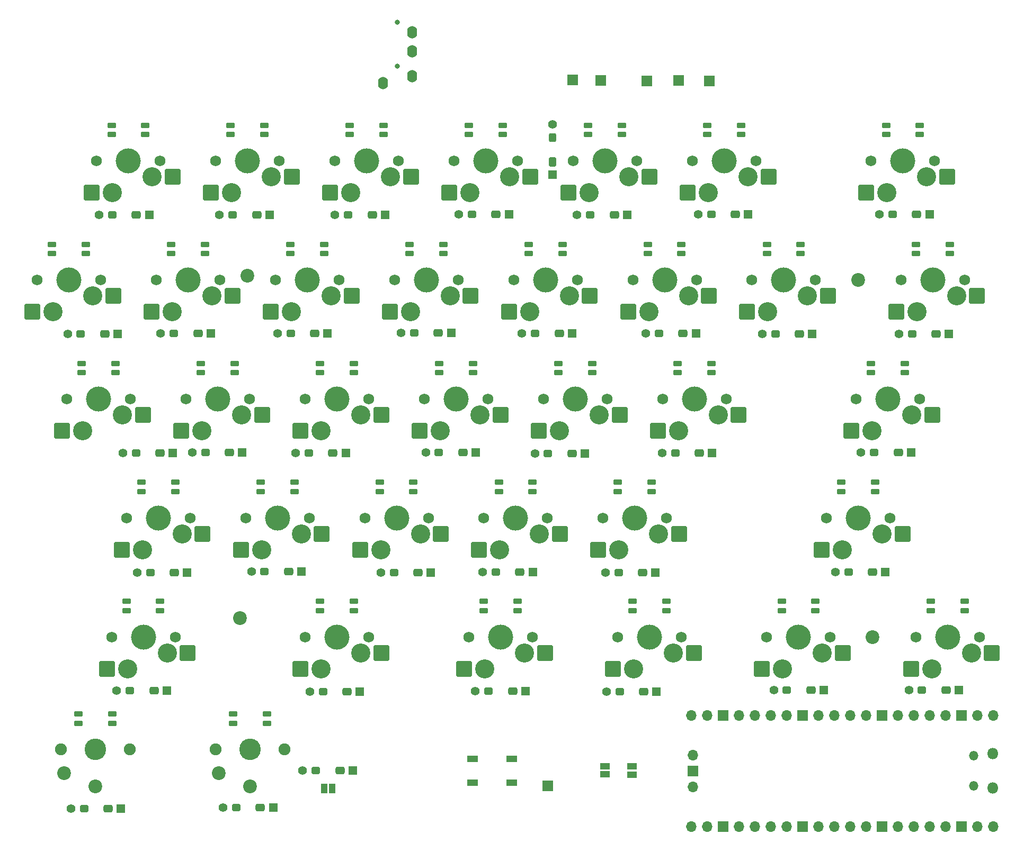
<source format=gbr>
%TF.GenerationSoftware,KiCad,Pcbnew,8.0.7*%
%TF.CreationDate,2025-05-31T19:51:50+02:00*%
%TF.ProjectId,pcb_keyboard_dx,7063625f-6b65-4796-926f-6172645f6478,rev?*%
%TF.SameCoordinates,Original*%
%TF.FileFunction,Soldermask,Bot*%
%TF.FilePolarity,Negative*%
%FSLAX46Y46*%
G04 Gerber Fmt 4.6, Leading zero omitted, Abs format (unit mm)*
G04 Created by KiCad (PCBNEW 8.0.7) date 2025-05-31 19:51:50*
%MOMM*%
%LPD*%
G01*
G04 APERTURE LIST*
G04 Aperture macros list*
%AMRoundRect*
0 Rectangle with rounded corners*
0 $1 Rounding radius*
0 $2 $3 $4 $5 $6 $7 $8 $9 X,Y pos of 4 corners*
0 Add a 4 corners polygon primitive as box body*
4,1,4,$2,$3,$4,$5,$6,$7,$8,$9,$2,$3,0*
0 Add four circle primitives for the rounded corners*
1,1,$1+$1,$2,$3*
1,1,$1+$1,$4,$5*
1,1,$1+$1,$6,$7*
1,1,$1+$1,$8,$9*
0 Add four rect primitives between the rounded corners*
20,1,$1+$1,$2,$3,$4,$5,0*
20,1,$1+$1,$4,$5,$6,$7,0*
20,1,$1+$1,$6,$7,$8,$9,0*
20,1,$1+$1,$8,$9,$2,$3,0*%
G04 Aperture macros list end*
%ADD10C,1.900000*%
%ADD11C,3.450000*%
%ADD12C,2.200000*%
%ADD13C,1.750000*%
%ADD14C,3.050000*%
%ADD15C,4.000000*%
%ADD16RoundRect,0.250000X1.025000X1.000000X-1.025000X1.000000X-1.025000X-1.000000X1.025000X-1.000000X0*%
%ADD17O,1.800000X1.800000*%
%ADD18O,1.500000X1.500000*%
%ADD19O,1.700000X1.700000*%
%ADD20R,1.700000X1.700000*%
%ADD21C,0.800000*%
%ADD22O,1.600000X2.000000*%
%ADD23R,1.500000X1.000000*%
%ADD24RoundRect,0.205000X-0.495000X-0.205000X0.495000X-0.205000X0.495000X0.205000X-0.495000X0.205000X0*%
%ADD25R,1.400000X1.400000*%
%ADD26RoundRect,0.300000X0.450000X0.300000X-0.450000X0.300000X-0.450000X-0.300000X0.450000X-0.300000X0*%
%ADD27RoundRect,0.300000X0.400000X0.300000X-0.400000X0.300000X-0.400000X-0.300000X0.400000X-0.300000X0*%
%ADD28C,1.400000*%
%ADD29RoundRect,0.205000X0.495000X0.205000X-0.495000X0.205000X-0.495000X-0.205000X0.495000X-0.205000X0*%
%ADD30R,1.700000X1.000000*%
%ADD31R,1.000000X1.500000*%
%ADD32RoundRect,0.300000X0.300000X-0.450000X0.300000X0.450000X-0.300000X0.450000X-0.300000X-0.450000X0*%
%ADD33RoundRect,0.300000X0.300000X-0.400000X0.300000X0.400000X-0.300000X0.400000X-0.300000X-0.400000X0*%
G04 APERTURE END LIST*
D10*
%TO.C,S3*%
X46662250Y-139852000D03*
D11*
X41162250Y-139852000D03*
D10*
X35662250Y-139852000D03*
D12*
X41162250Y-145752000D03*
X36162250Y-143652000D03*
%TD*%
D13*
%TO.C,S8*%
X53911000Y-121827000D03*
D14*
X52641000Y-124367000D03*
D15*
X48831000Y-121827000D03*
D14*
X46291000Y-126907000D03*
D13*
X43751000Y-121827000D03*
D16*
X55916000Y-124367000D03*
X42989000Y-126907000D03*
%TD*%
D13*
%TO.C,S18*%
X94374750Y-102787000D03*
D14*
X93104750Y-105327000D03*
D15*
X89294750Y-102787000D03*
D14*
X86754750Y-107867000D03*
D13*
X84214750Y-102787000D03*
D16*
X96379750Y-105327000D03*
X83452750Y-107867000D03*
%TD*%
D17*
%TO.C,U1*%
X184549750Y-140525419D03*
D18*
X181519750Y-140825419D03*
X181519750Y-145675419D03*
D17*
X184549750Y-145975419D03*
D19*
X184679750Y-134360419D03*
X182139750Y-134360419D03*
D20*
X179599750Y-134360419D03*
D19*
X177059750Y-134360419D03*
X174519750Y-134360419D03*
X171979750Y-134360419D03*
X169439750Y-134360419D03*
D20*
X166899750Y-134360419D03*
D19*
X164359750Y-134360419D03*
X161819750Y-134360419D03*
X159279750Y-134360419D03*
X156739750Y-134360419D03*
D20*
X154199750Y-134360419D03*
D19*
X151659750Y-134360419D03*
X149119750Y-134360419D03*
X146579750Y-134360419D03*
X144039750Y-134360419D03*
D20*
X141499750Y-134360419D03*
D19*
X138959750Y-134360419D03*
X136419750Y-134360419D03*
X136419750Y-152140419D03*
X138959750Y-152140419D03*
D20*
X141499750Y-152140419D03*
D19*
X144039750Y-152140419D03*
X146579750Y-152140419D03*
X149119750Y-152140419D03*
X151659750Y-152140419D03*
D20*
X154199750Y-152140419D03*
D19*
X156739750Y-152140419D03*
X159279750Y-152140419D03*
X161819750Y-152140419D03*
X164359750Y-152140419D03*
D20*
X166899750Y-152140419D03*
D19*
X169439750Y-152140419D03*
X171979750Y-152140419D03*
X174519750Y-152140419D03*
X177059750Y-152140419D03*
D20*
X179599750Y-152140419D03*
D19*
X182139750Y-152140419D03*
X184679750Y-152140419D03*
X136649750Y-140710419D03*
D20*
X136649750Y-143250419D03*
D19*
X136649750Y-145790419D03*
%TD*%
D13*
%TO.C,S6*%
X65814750Y-83747000D03*
D14*
X64544750Y-86287000D03*
D15*
X60734750Y-83747000D03*
D14*
X58194750Y-88827000D03*
D13*
X55654750Y-83747000D03*
D16*
X67819750Y-86287000D03*
X54892750Y-88827000D03*
%TD*%
D13*
%TO.C,S32*%
X175304750Y-45657000D03*
D14*
X174034750Y-48197000D03*
D15*
X170224750Y-45657000D03*
D14*
X167684750Y-50737000D03*
D13*
X165144750Y-45657000D03*
D16*
X177309750Y-48197000D03*
X164382750Y-50737000D03*
%TD*%
D21*
%TO.C,U3*%
X89449750Y-23518600D03*
X89449750Y-30518600D03*
D22*
X87149750Y-33218600D03*
X91749750Y-32118600D03*
X91749750Y-28118600D03*
X91749750Y-25118600D03*
%TD*%
D13*
%TO.C,S33*%
X180067250Y-64707000D03*
D14*
X178797250Y-67247000D03*
D15*
X174987250Y-64707000D03*
D14*
X172447250Y-69787000D03*
D13*
X169907250Y-64707000D03*
D16*
X182072250Y-67247000D03*
X169145250Y-69787000D03*
%TD*%
D13*
%TO.C,S25*%
X137214750Y-64707000D03*
D14*
X135944750Y-67247000D03*
D15*
X132134750Y-64707000D03*
D14*
X129594750Y-69787000D03*
D13*
X127054750Y-64707000D03*
D16*
X139219750Y-67247000D03*
X126292750Y-69787000D03*
%TD*%
D13*
%TO.C,S5*%
X61054750Y-64707000D03*
D14*
X59784750Y-67247000D03*
D15*
X55974750Y-64707000D03*
D14*
X53434750Y-69787000D03*
D13*
X50894750Y-64707000D03*
D16*
X63059750Y-67247000D03*
X50132750Y-69787000D03*
%TD*%
D13*
%TO.C,S7*%
X56294750Y-102787000D03*
D14*
X55024750Y-105327000D03*
D15*
X51214750Y-102787000D03*
D14*
X48674750Y-107867000D03*
D13*
X46134750Y-102787000D03*
D16*
X58299750Y-105327000D03*
X45372750Y-107867000D03*
%TD*%
D13*
%TO.C,S36*%
X182448500Y-121827000D03*
D14*
X181178500Y-124367000D03*
D15*
X177368500Y-121827000D03*
D14*
X174828500Y-126907000D03*
D13*
X172288500Y-121827000D03*
D16*
X184453500Y-124367000D03*
X171526500Y-126907000D03*
%TD*%
D13*
%TO.C,S30*%
X156254750Y-64707000D03*
D14*
X154984750Y-67247000D03*
D15*
X151174750Y-64707000D03*
D14*
X148634750Y-69787000D03*
D13*
X146094750Y-64707000D03*
D16*
X158259750Y-67247000D03*
X145332750Y-69787000D03*
%TD*%
D13*
%TO.C,S2*%
X46774750Y-83747000D03*
D14*
X45504750Y-86287000D03*
D15*
X41694750Y-83747000D03*
D14*
X39154750Y-88827000D03*
D13*
X36614750Y-83747000D03*
D16*
X48779750Y-86287000D03*
X35852750Y-88827000D03*
%TD*%
D13*
%TO.C,S27*%
X132454750Y-102787000D03*
D14*
X131184750Y-105327000D03*
D15*
X127374750Y-102787000D03*
D14*
X124834750Y-107867000D03*
D13*
X122294750Y-102787000D03*
D16*
X134459750Y-105327000D03*
X121532750Y-107867000D03*
%TD*%
D13*
%TO.C,S9*%
X70569750Y-45657000D03*
D14*
X69299750Y-48197000D03*
D15*
X65489750Y-45657000D03*
D14*
X62949750Y-50737000D03*
D13*
X60409750Y-45657000D03*
D16*
X72574750Y-48197000D03*
X59647750Y-50737000D03*
%TD*%
D13*
%TO.C,S10*%
X80094750Y-64707000D03*
D14*
X78824750Y-67247000D03*
D15*
X75014750Y-64707000D03*
D14*
X72474750Y-69787000D03*
D13*
X69934750Y-64707000D03*
D16*
X82099750Y-67247000D03*
X69172750Y-69787000D03*
%TD*%
D13*
%TO.C,S1*%
X42014750Y-64707000D03*
D14*
X40744750Y-67247000D03*
D15*
X36934750Y-64707000D03*
D14*
X34394750Y-69787000D03*
D13*
X31854750Y-64707000D03*
D16*
X44019750Y-67247000D03*
X31092750Y-69787000D03*
%TD*%
D13*
%TO.C,S13*%
X84852250Y-121827000D03*
D14*
X83582250Y-124367000D03*
D15*
X79772250Y-121827000D03*
D14*
X77232250Y-126907000D03*
D13*
X74692250Y-121827000D03*
D16*
X86857250Y-124367000D03*
X73930250Y-126907000D03*
%TD*%
D13*
%TO.C,S17*%
X103894750Y-83747000D03*
D14*
X102624750Y-86287000D03*
D15*
X98814750Y-83747000D03*
D14*
X96274750Y-88827000D03*
D13*
X93734750Y-83747000D03*
D16*
X105899750Y-86287000D03*
X92972750Y-88827000D03*
%TD*%
D20*
%TO.C,TP6*%
X113463964Y-145664614D03*
%TD*%
D13*
%TO.C,S23*%
X111033500Y-121827000D03*
D14*
X109763500Y-124367000D03*
D15*
X105953500Y-121827000D03*
D14*
X103413500Y-126907000D03*
D13*
X100873500Y-121827000D03*
D16*
X113038500Y-124367000D03*
X100111500Y-126907000D03*
%TD*%
D20*
%TO.C,TP4*%
X134339750Y-32827000D03*
%TD*%
D13*
%TO.C,S21*%
X122934750Y-83747000D03*
D14*
X121664750Y-86287000D03*
D15*
X117854750Y-83747000D03*
D14*
X115314750Y-88827000D03*
D13*
X112774750Y-83747000D03*
D16*
X124939750Y-86287000D03*
X112012750Y-88827000D03*
%TD*%
D13*
%TO.C,S31*%
X158633500Y-121827000D03*
D14*
X157363500Y-124367000D03*
D15*
X153553500Y-121827000D03*
D14*
X151013500Y-126907000D03*
D13*
X148473500Y-121827000D03*
D16*
X160638500Y-124367000D03*
X147711500Y-126907000D03*
%TD*%
D13*
%TO.C,S28*%
X134833500Y-121827000D03*
D14*
X133563500Y-124367000D03*
D15*
X129753500Y-121827000D03*
D14*
X127213500Y-126907000D03*
D13*
X124673500Y-121827000D03*
D16*
X136838500Y-124367000D03*
X123911500Y-126907000D03*
%TD*%
D13*
%TO.C,S24*%
X127689750Y-45657000D03*
D14*
X126419750Y-48197000D03*
D15*
X122609750Y-45657000D03*
D14*
X120069750Y-50737000D03*
D13*
X117529750Y-45657000D03*
D16*
X129694750Y-48197000D03*
X116767750Y-50737000D03*
%TD*%
D13*
%TO.C,S35*%
X168161000Y-102787000D03*
D14*
X166891000Y-105327000D03*
D15*
X163081000Y-102787000D03*
D14*
X160541000Y-107867000D03*
D13*
X158001000Y-102787000D03*
D16*
X170166000Y-105327000D03*
X157239000Y-107867000D03*
%TD*%
D13*
%TO.C,S26*%
X141974750Y-83747000D03*
D14*
X140704750Y-86287000D03*
D15*
X136894750Y-83747000D03*
D14*
X134354750Y-88827000D03*
D13*
X131814750Y-83747000D03*
D16*
X143979750Y-86287000D03*
X131052750Y-88827000D03*
%TD*%
D12*
%TO.C,H3*%
X165402250Y-121832000D03*
%TD*%
D20*
%TO.C,TP5*%
X139269750Y-32857000D03*
%TD*%
D13*
%TO.C,S11*%
X84854750Y-83747000D03*
D14*
X83584750Y-86287000D03*
D15*
X79774750Y-83747000D03*
D14*
X77234750Y-88827000D03*
D13*
X74694750Y-83747000D03*
D16*
X86859750Y-86287000D03*
X73932750Y-88827000D03*
%TD*%
D20*
%TO.C,TP2*%
X121969750Y-32777000D03*
%TD*%
D13*
%TO.C,S4*%
X51529750Y-45657000D03*
D14*
X50259750Y-48197000D03*
D15*
X46449750Y-45657000D03*
D14*
X43909750Y-50737000D03*
D13*
X41369750Y-45657000D03*
D16*
X53534750Y-48197000D03*
X40607750Y-50737000D03*
%TD*%
D20*
%TO.C,TP3*%
X129309750Y-32867000D03*
%TD*%
D12*
%TO.C,H4*%
X64301000Y-118827000D03*
%TD*%
D13*
%TO.C,S12*%
X75334750Y-102787000D03*
D14*
X74064750Y-105327000D03*
D15*
X70254750Y-102787000D03*
D14*
X67714750Y-107867000D03*
D13*
X65174750Y-102787000D03*
D16*
X77339750Y-105327000D03*
X64412750Y-107867000D03*
%TD*%
D10*
%TO.C,S14*%
X71412250Y-139852000D03*
D11*
X65912250Y-139852000D03*
D10*
X60412250Y-139852000D03*
D12*
X65912250Y-145752000D03*
X60912250Y-143652000D03*
%TD*%
D13*
%TO.C,S20*%
X118174750Y-64707000D03*
D14*
X116904750Y-67247000D03*
D15*
X113094750Y-64707000D03*
D14*
X110554750Y-69787000D03*
D13*
X108014750Y-64707000D03*
D16*
X120179750Y-67247000D03*
X107252750Y-69787000D03*
%TD*%
D13*
%TO.C,S19*%
X108649750Y-45657000D03*
D14*
X107379750Y-48197000D03*
D15*
X103569750Y-45657000D03*
D14*
X101029750Y-50737000D03*
D13*
X98489750Y-45657000D03*
D16*
X110654750Y-48197000D03*
X97727750Y-50737000D03*
%TD*%
D12*
%TO.C,H2*%
X163080750Y-64707000D03*
%TD*%
D20*
%TO.C,TP1*%
X117419750Y-32747000D03*
%TD*%
D13*
%TO.C,S22*%
X113414750Y-102787000D03*
D14*
X112144750Y-105327000D03*
D15*
X108334750Y-102787000D03*
D14*
X105794750Y-107867000D03*
D13*
X103254750Y-102787000D03*
D16*
X115419750Y-105327000D03*
X102492750Y-107867000D03*
%TD*%
D13*
%TO.C,S15*%
X89609750Y-45657000D03*
D14*
X88339750Y-48197000D03*
D15*
X84529750Y-45657000D03*
D14*
X81989750Y-50737000D03*
D13*
X79449750Y-45657000D03*
D16*
X91614750Y-48197000D03*
X78687750Y-50737000D03*
%TD*%
D13*
%TO.C,S16*%
X99134750Y-64707000D03*
D14*
X97864750Y-67247000D03*
D15*
X94054750Y-64707000D03*
D14*
X91514750Y-69787000D03*
D13*
X88974750Y-64707000D03*
D16*
X101139750Y-67247000D03*
X88212750Y-69787000D03*
%TD*%
D13*
%TO.C,S29*%
X146729750Y-45657000D03*
D14*
X145459750Y-48197000D03*
D15*
X141649750Y-45657000D03*
D14*
X139109750Y-50737000D03*
D13*
X136569750Y-45657000D03*
D16*
X148734750Y-48197000D03*
X135807750Y-50737000D03*
%TD*%
D12*
%TO.C,H1*%
X65472250Y-64052000D03*
%TD*%
D13*
%TO.C,S34*%
X172923500Y-83747000D03*
D14*
X171653500Y-86287000D03*
D15*
X167843500Y-83747000D03*
D14*
X165303500Y-88827000D03*
D13*
X162763500Y-83747000D03*
D16*
X174928500Y-86287000D03*
X162001500Y-88827000D03*
%TD*%
D23*
%TO.C,JP2*%
X126889750Y-142560419D03*
X126889750Y-143860419D03*
%TD*%
D24*
%TO.C,LED21*%
X120554750Y-79558000D03*
X120554750Y-78058000D03*
X115154750Y-78058000D03*
X115154750Y-79558000D03*
%TD*%
D25*
%TO.C,D11*%
X81179750Y-92397000D03*
D26*
X79129750Y-92397000D03*
D27*
X75279750Y-92397000D03*
D28*
X73179750Y-92397000D03*
%TD*%
D24*
%TO.C,LED32*%
X172924750Y-41468000D03*
X172924750Y-39968000D03*
X167524750Y-39968000D03*
X167524750Y-41468000D03*
%TD*%
%TO.C,LED36*%
X180068500Y-117638000D03*
X180068500Y-116138000D03*
X174668500Y-116138000D03*
X174668500Y-117638000D03*
%TD*%
D25*
%TO.C,D9*%
X68999750Y-54287000D03*
D26*
X66949750Y-54287000D03*
D27*
X63099750Y-54287000D03*
D28*
X60999750Y-54287000D03*
%TD*%
D24*
%TO.C,LED24*%
X125309750Y-41468000D03*
X125309750Y-39968000D03*
X119909750Y-39968000D03*
X119909750Y-41468000D03*
%TD*%
D25*
%TO.C,D24*%
X126149750Y-54307000D03*
D26*
X124099750Y-54307000D03*
D27*
X120249750Y-54307000D03*
D28*
X118149750Y-54307000D03*
%TD*%
D29*
%TO.C,LED5*%
X53274750Y-59018000D03*
X53274750Y-60518000D03*
X58674750Y-60518000D03*
X58674750Y-59018000D03*
%TD*%
D24*
%TO.C,LED2*%
X44394750Y-79558000D03*
X44394750Y-78058000D03*
X38994750Y-78058000D03*
X38994750Y-79558000D03*
%TD*%
D29*
%TO.C,LED12*%
X67554750Y-97098000D03*
X67554750Y-98598000D03*
X72954750Y-98598000D03*
X72954750Y-97098000D03*
%TD*%
D25*
%TO.C,D12*%
X74107250Y-111368250D03*
D26*
X72057250Y-111368250D03*
D27*
X68207250Y-111368250D03*
D28*
X66107250Y-111368250D03*
%TD*%
D24*
%TO.C,LED31*%
X156253500Y-117638000D03*
X156253500Y-116138000D03*
X150853500Y-116138000D03*
X150853500Y-117638000D03*
%TD*%
D25*
%TO.C,D25*%
X137129750Y-73287000D03*
D26*
X135079750Y-73287000D03*
D27*
X131229750Y-73287000D03*
D28*
X129129750Y-73287000D03*
%TD*%
D25*
%TO.C,D3*%
X45249750Y-149317000D03*
D26*
X43199750Y-149317000D03*
D27*
X39349750Y-149317000D03*
D28*
X37249750Y-149317000D03*
%TD*%
D25*
%TO.C,D38*%
X82299750Y-143157000D03*
D26*
X80249750Y-143157000D03*
D27*
X76399750Y-143157000D03*
D28*
X74299750Y-143157000D03*
%TD*%
D25*
%TO.C,D22*%
X111059750Y-111417000D03*
D26*
X109009750Y-111417000D03*
D27*
X105159750Y-111417000D03*
D28*
X103059750Y-111417000D03*
%TD*%
D25*
%TO.C,D33*%
X177589750Y-73347000D03*
D26*
X175539750Y-73347000D03*
D27*
X171689750Y-73347000D03*
D28*
X169589750Y-73347000D03*
%TD*%
D25*
%TO.C,D7*%
X55839750Y-111547000D03*
D26*
X53789750Y-111547000D03*
D27*
X49939750Y-111547000D03*
D28*
X47839750Y-111547000D03*
%TD*%
D25*
%TO.C,D30*%
X155729750Y-73327000D03*
D26*
X153679750Y-73327000D03*
D27*
X149829750Y-73327000D03*
D28*
X147729750Y-73327000D03*
%TD*%
D24*
%TO.C,LED13*%
X82472250Y-117638000D03*
X82472250Y-116138000D03*
X77072250Y-116138000D03*
X77072250Y-117638000D03*
%TD*%
D29*
%TO.C,LED35*%
X160381000Y-97098000D03*
X160381000Y-98598000D03*
X165781000Y-98598000D03*
X165781000Y-97098000D03*
%TD*%
D25*
%TO.C,D14*%
X69569750Y-149127000D03*
D26*
X67519750Y-149127000D03*
D27*
X63669750Y-149127000D03*
D28*
X61569750Y-149127000D03*
%TD*%
D24*
%TO.C,LED28*%
X132453500Y-117638000D03*
X132453500Y-116138000D03*
X127053500Y-116138000D03*
X127053500Y-117638000D03*
%TD*%
D30*
%TO.C,SW1*%
X101399750Y-145150419D03*
X107699750Y-145150419D03*
X101399750Y-141350419D03*
X107699750Y-141350419D03*
%TD*%
D25*
%TO.C,D15*%
X87469750Y-54277000D03*
D26*
X85419750Y-54277000D03*
D27*
X81569750Y-54277000D03*
D28*
X79469750Y-54277000D03*
%TD*%
D25*
%TO.C,D16*%
X98029750Y-73167000D03*
D26*
X95979750Y-73167000D03*
D27*
X92129750Y-73167000D03*
D28*
X90029750Y-73167000D03*
%TD*%
D29*
%TO.C,LED22*%
X105634750Y-97098000D03*
X105634750Y-98598000D03*
X111034750Y-98598000D03*
X111034750Y-97098000D03*
%TD*%
D24*
%TO.C,LED26*%
X139594750Y-79558000D03*
X139594750Y-78058000D03*
X134194750Y-78058000D03*
X134194750Y-79558000D03*
%TD*%
D31*
%TO.C,JP3*%
X79039750Y-146107000D03*
X77739750Y-146107000D03*
%TD*%
D29*
%TO.C,LED20*%
X110394750Y-59018000D03*
X110394750Y-60518000D03*
X115794750Y-60518000D03*
X115794750Y-59018000D03*
%TD*%
D25*
%TO.C,D1*%
X44719750Y-73367000D03*
D26*
X42669750Y-73367000D03*
D27*
X38819750Y-73367000D03*
D28*
X36719750Y-73367000D03*
%TD*%
D24*
%TO.C,LED34*%
X170543500Y-79558000D03*
X170543500Y-78058000D03*
X165143500Y-78058000D03*
X165143500Y-79558000D03*
%TD*%
D29*
%TO.C,LED10*%
X72314750Y-59018000D03*
X72314750Y-60518000D03*
X77714750Y-60518000D03*
X77714750Y-59018000D03*
%TD*%
D24*
%TO.C,LED11*%
X82474750Y-79558000D03*
X82474750Y-78058000D03*
X77074750Y-78058000D03*
X77074750Y-79558000D03*
%TD*%
%TO.C,LED15*%
X87229750Y-41468000D03*
X87229750Y-39968000D03*
X81829750Y-39968000D03*
X81829750Y-41468000D03*
%TD*%
D25*
%TO.C,D6*%
X64629750Y-92347000D03*
D26*
X62579750Y-92347000D03*
D27*
X58729750Y-92347000D03*
D28*
X56629750Y-92347000D03*
%TD*%
D29*
%TO.C,LED30*%
X148474750Y-59018000D03*
X148474750Y-60518000D03*
X153874750Y-60518000D03*
X153874750Y-59018000D03*
%TD*%
D24*
%TO.C,LED4*%
X49149750Y-41468000D03*
X49149750Y-39968000D03*
X43749750Y-39968000D03*
X43749750Y-41468000D03*
%TD*%
D25*
%TO.C,D17*%
X101959750Y-92327000D03*
D26*
X99909750Y-92327000D03*
D27*
X96059750Y-92327000D03*
D28*
X93959750Y-92327000D03*
%TD*%
D25*
%TO.C,D37*%
X114238500Y-47854500D03*
D32*
X114238500Y-45804500D03*
D33*
X114238500Y-41954500D03*
D28*
X114238500Y-39854500D03*
%TD*%
D25*
%TO.C,D28*%
X130847250Y-130548250D03*
D26*
X128797250Y-130548250D03*
D27*
X124947250Y-130548250D03*
D28*
X122847250Y-130548250D03*
%TD*%
D25*
%TO.C,D36*%
X179169750Y-130329419D03*
D26*
X177119750Y-130329419D03*
D27*
X173269750Y-130329419D03*
D28*
X171169750Y-130329419D03*
%TD*%
D25*
%TO.C,D18*%
X94769750Y-111497000D03*
D26*
X92719750Y-111497000D03*
D27*
X88869750Y-111497000D03*
D28*
X86769750Y-111497000D03*
%TD*%
D29*
%TO.C,LED25*%
X129434750Y-59018000D03*
X129434750Y-60518000D03*
X134834750Y-60518000D03*
X134834750Y-59018000D03*
%TD*%
D25*
%TO.C,D34*%
X171529750Y-92347000D03*
D26*
X169479750Y-92347000D03*
D27*
X165629750Y-92347000D03*
D28*
X163529750Y-92347000D03*
%TD*%
D25*
%TO.C,D21*%
X119399750Y-92507000D03*
D26*
X117349750Y-92507000D03*
D27*
X113499750Y-92507000D03*
D28*
X111399750Y-92507000D03*
%TD*%
D25*
%TO.C,D19*%
X107249750Y-54240419D03*
D26*
X105199750Y-54240419D03*
D27*
X101349750Y-54240419D03*
D28*
X99249750Y-54240419D03*
%TD*%
D23*
%TO.C,JP1*%
X122599750Y-142530419D03*
X122599750Y-143830419D03*
%TD*%
D29*
%TO.C,LED16*%
X91354750Y-59018000D03*
X91354750Y-60518000D03*
X96754750Y-60518000D03*
X96754750Y-59018000D03*
%TD*%
D24*
%TO.C,LED17*%
X101514750Y-79558000D03*
X101514750Y-78058000D03*
X96114750Y-78058000D03*
X96114750Y-79558000D03*
%TD*%
D25*
%TO.C,D35*%
X167429750Y-111447000D03*
D26*
X165379750Y-111447000D03*
D27*
X161529750Y-111447000D03*
D28*
X159429750Y-111447000D03*
%TD*%
D24*
%TO.C,LED29*%
X144349750Y-41468000D03*
X144349750Y-39968000D03*
X138949750Y-39968000D03*
X138949750Y-41468000D03*
%TD*%
D25*
%TO.C,D10*%
X78279750Y-73287000D03*
D26*
X76229750Y-73287000D03*
D27*
X72379750Y-73287000D03*
D28*
X70279750Y-73287000D03*
%TD*%
D25*
%TO.C,D31*%
X157579750Y-130367000D03*
D26*
X155529750Y-130367000D03*
D27*
X151679750Y-130367000D03*
D28*
X149579750Y-130367000D03*
%TD*%
D29*
%TO.C,LED7*%
X48514750Y-97098000D03*
X48514750Y-98598000D03*
X53914750Y-98598000D03*
X53914750Y-97098000D03*
%TD*%
D25*
%TO.C,D23*%
X109889750Y-130527000D03*
D26*
X107839750Y-130527000D03*
D27*
X103989750Y-130527000D03*
D28*
X101889750Y-130527000D03*
%TD*%
D29*
%TO.C,LED1*%
X34234750Y-59018000D03*
X34234750Y-60518000D03*
X39634750Y-60518000D03*
X39634750Y-59018000D03*
%TD*%
%TO.C,LED3*%
X38462250Y-134163000D03*
X38462250Y-135663000D03*
X43862250Y-135663000D03*
X43862250Y-134163000D03*
%TD*%
D25*
%TO.C,D29*%
X145509750Y-54240419D03*
D26*
X143459750Y-54240419D03*
D27*
X139609750Y-54240419D03*
D28*
X137509750Y-54240419D03*
%TD*%
D25*
%TO.C,D4*%
X49769750Y-54337000D03*
D26*
X47719750Y-54337000D03*
D27*
X43869750Y-54337000D03*
D28*
X41769750Y-54337000D03*
%TD*%
D29*
%TO.C,LED27*%
X124674750Y-97098000D03*
X124674750Y-98598000D03*
X130074750Y-98598000D03*
X130074750Y-97098000D03*
%TD*%
D25*
%TO.C,D20*%
X117349750Y-73227000D03*
D26*
X115299750Y-73227000D03*
D27*
X111449750Y-73227000D03*
D28*
X109349750Y-73227000D03*
%TD*%
D24*
%TO.C,LED19*%
X106269750Y-41468000D03*
X106269750Y-39968000D03*
X100869750Y-39968000D03*
X100869750Y-41468000D03*
%TD*%
D29*
%TO.C,LED14*%
X63212250Y-134163000D03*
X63212250Y-135663000D03*
X68612250Y-135663000D03*
X68612250Y-134163000D03*
%TD*%
D25*
%TO.C,D8*%
X52567250Y-130438250D03*
D26*
X50517250Y-130438250D03*
D27*
X46667250Y-130438250D03*
D28*
X44567250Y-130438250D03*
%TD*%
D25*
%TO.C,D27*%
X130689750Y-111517000D03*
D26*
X128639750Y-111517000D03*
D27*
X124789750Y-111517000D03*
D28*
X122689750Y-111517000D03*
%TD*%
D25*
%TO.C,D26*%
X139729750Y-92367000D03*
D26*
X137679750Y-92367000D03*
D27*
X133829750Y-92367000D03*
D28*
X131729750Y-92367000D03*
%TD*%
D24*
%TO.C,LED8*%
X51531000Y-117638000D03*
X51531000Y-116138000D03*
X46131000Y-116138000D03*
X46131000Y-117638000D03*
%TD*%
D29*
%TO.C,LED18*%
X86594750Y-97098000D03*
X86594750Y-98598000D03*
X91994750Y-98598000D03*
X91994750Y-97098000D03*
%TD*%
D25*
%TO.C,D2*%
X53559750Y-92437000D03*
D26*
X51509750Y-92437000D03*
D27*
X47659750Y-92437000D03*
D28*
X45559750Y-92437000D03*
%TD*%
D24*
%TO.C,LED9*%
X68189750Y-41468000D03*
X68189750Y-39968000D03*
X62789750Y-39968000D03*
X62789750Y-41468000D03*
%TD*%
%TO.C,LED23*%
X108653500Y-117638000D03*
X108653500Y-116138000D03*
X103253500Y-116138000D03*
X103253500Y-117638000D03*
%TD*%
D25*
%TO.C,D32*%
X174479750Y-54247000D03*
D26*
X172429750Y-54247000D03*
D27*
X168579750Y-54247000D03*
D28*
X166479750Y-54247000D03*
%TD*%
D25*
%TO.C,D5*%
X59609750Y-73227000D03*
D26*
X57559750Y-73227000D03*
D27*
X53709750Y-73227000D03*
D28*
X51609750Y-73227000D03*
%TD*%
D29*
%TO.C,LED33*%
X172287250Y-59018000D03*
X172287250Y-60518000D03*
X177687250Y-60518000D03*
X177687250Y-59018000D03*
%TD*%
D25*
%TO.C,D13*%
X83427250Y-130568250D03*
D26*
X81377250Y-130568250D03*
D27*
X77527250Y-130568250D03*
D28*
X75427250Y-130568250D03*
%TD*%
D24*
%TO.C,LED6*%
X63434750Y-79558000D03*
X63434750Y-78058000D03*
X58034750Y-78058000D03*
X58034750Y-79558000D03*
%TD*%
M02*

</source>
